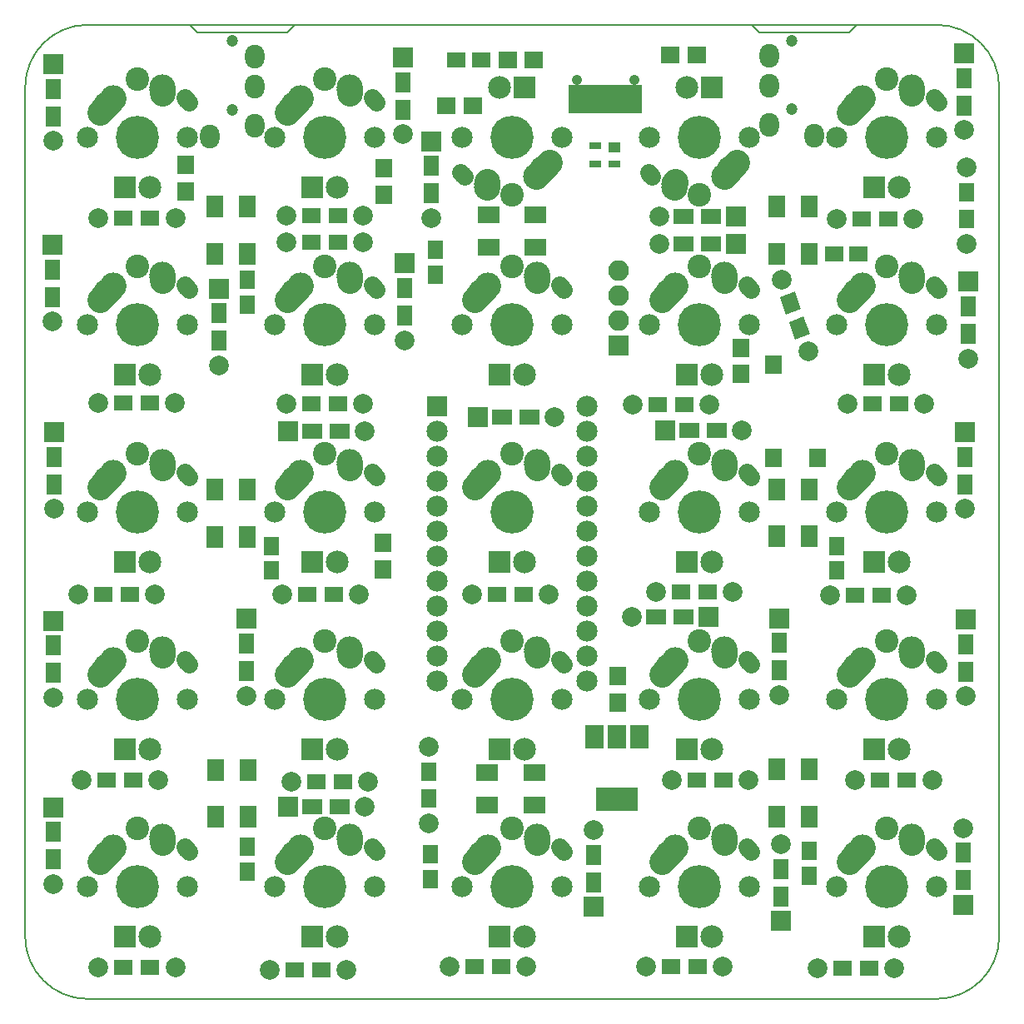
<source format=gbr>
%TF.GenerationSoftware,KiCad,Pcbnew,(5.0.0)*%
%TF.CreationDate,2018-08-30T21:25:35+03:00*%
%TF.ProjectId,Lysergic25,4C7973657267696332352E6B69636164,rev?*%
%TF.SameCoordinates,Original*%
%TF.FileFunction,Soldermask,Bot*%
%TF.FilePolarity,Negative*%
%FSLAX46Y46*%
G04 Gerber Fmt 4.6, Leading zero omitted, Abs format (unit mm)*
G04 Created by KiCad (PCBNEW (5.0.0)) date 08/30/18 21:25:35*
%MOMM*%
%LPD*%
G01*
G04 APERTURE LIST*
%ADD10C,0.150000*%
%ADD11O,2.000000X2.400000*%
%ADD12C,1.200000*%
%ADD13C,1.800000*%
%ADD14C,1.800000*%
%ADD15C,2.400000*%
%ADD16C,2.150000*%
%ADD17R,2.305000X2.305000*%
%ADD18C,2.305000*%
%ADD19C,2.650000*%
%ADD20C,4.387800*%
%ADD21C,2.650000*%
%ADD22R,1.700000X1.950000*%
%ADD23R,1.700000X1.940000*%
%ADD24R,1.650000X1.900000*%
%ADD25R,1.900000X1.650000*%
%ADD26R,2.000000X2.000000*%
%ADD27C,2.000000*%
%ADD28R,1.600000X2.000000*%
%ADD29R,2.000000X1.600000*%
%ADD30O,2.100000X2.100000*%
%ADD31R,2.100000X2.100000*%
%ADD32R,1.800000X2.200000*%
%ADD33R,2.200000X1.800000*%
%ADD34R,1.900000X2.400000*%
%ADD35R,4.200000X2.400000*%
%ADD36R,1.900000X1.600000*%
%ADD37R,1.600000X1.900000*%
%ADD38C,1.600000*%
%ADD39R,2.152600X2.152600*%
%ADD40C,2.152600*%
%ADD41R,1.300000X1.100000*%
%ADD42R,1.300000X0.700000*%
%ADD43R,1.900000X1.700000*%
%ADD44C,1.050000*%
%ADD45R,0.700000X2.850000*%
%ADD46R,1.000000X2.850000*%
%ADD47R,1.700000X1.900000*%
G04 APERTURE END LIST*
D10*
X73152000Y-83820000D02*
X62484000Y-83820000D01*
X16002000Y-83820000D02*
X5334000Y-83820000D01*
X73152000Y-83820000D02*
X81280000Y-83820000D01*
X16002000Y-83820000D02*
X62484000Y-83820000D01*
X5334000Y-83820000D02*
X-5080000Y-83820000D01*
X72390000Y-84582000D02*
X73152000Y-83820000D01*
X71882000Y-84582000D02*
X72390000Y-84582000D01*
X63246000Y-84582000D02*
X62484000Y-83820000D01*
X63754000Y-84582000D02*
X63246000Y-84582000D01*
X6096000Y-84582000D02*
X5334000Y-83820000D01*
X6604000Y-84582000D02*
X6096000Y-84582000D01*
X15240000Y-84582000D02*
X16002000Y-83820000D01*
X14732000Y-84582000D02*
X15240000Y-84582000D01*
X7112000Y-84582000D02*
X6604000Y-84582000D01*
X14224000Y-84582000D02*
X14732000Y-84582000D01*
X64262000Y-84582000D02*
X63754000Y-84582000D01*
X71374000Y-84582000D02*
X71882000Y-84582000D01*
X7366000Y-84582000D02*
X7112000Y-84582000D01*
X13970000Y-84582000D02*
X14224000Y-84582000D01*
X64516000Y-84582000D02*
X64262000Y-84582000D01*
X71120000Y-84582000D02*
X71374000Y-84582000D01*
X7366000Y-84582000D02*
X7874000Y-84582000D01*
X13970000Y-84582000D02*
X13462000Y-84582000D01*
X64516000Y-84582000D02*
X65024000Y-84582000D01*
X71120000Y-84582000D02*
X70612000Y-84582000D01*
X65024000Y-84582000D02*
X70612000Y-84582000D01*
X7874000Y-84582000D02*
X13462000Y-84582000D01*
X-11430000Y-90170000D02*
X-11430000Y-176530000D01*
X87630000Y-176530000D02*
X87630000Y-90170000D01*
X-5080000Y-182880000D02*
X81280000Y-182880000D01*
X-5080000Y-182880000D02*
G75*
G02X-11430000Y-176530000I0J6350000D01*
G01*
X-5080000Y-83820000D02*
G75*
G03X-11430000Y-90170000I0J-6350000D01*
G01*
X87630000Y-176530000D02*
G75*
G02X81280000Y-182880000I-6350000J0D01*
G01*
X81280000Y-83820000D02*
G75*
G02X87630000Y-90170000I0J-6350000D01*
G01*
D11*
%TO.C,Trrs2*%
X11926600Y-90070800D03*
D12*
X9626600Y-85470800D03*
X9626600Y-92470800D03*
D11*
X11926600Y-87070800D03*
X11926600Y-94070800D03*
X7326600Y-95170800D03*
%TD*%
D13*
%TO.C,MX4*%
X52150000Y-99050000D03*
D14*
X51949650Y-98826707D02*
X52350350Y-99273293D01*
D15*
X57150000Y-101150000D03*
D16*
X52070000Y-95250000D03*
X62230000Y-95250000D03*
D17*
X58420000Y-90170000D03*
D18*
X55880000Y-90170000D03*
D19*
X59650000Y-99250000D03*
D20*
X57150000Y-95250000D03*
D19*
X60304999Y-98520000D03*
D21*
X60960000Y-97790000D02*
X59649998Y-99250000D01*
D19*
X54610000Y-100330000D03*
X54630000Y-100040000D03*
D21*
X54650000Y-99750000D02*
X54610000Y-100330000D01*
%TD*%
D22*
%TO.C,SW1*%
X64679000Y-118376500D03*
X64679000Y-127876500D03*
D23*
X69179000Y-127876500D03*
%TD*%
D19*
%TO.C,MX13*%
X40620000Y-128560000D03*
D21*
X40600000Y-128850000D02*
X40640000Y-128270000D01*
D19*
X40640000Y-128270000D03*
X34945001Y-130080000D03*
D21*
X34290000Y-130810000D02*
X35600002Y-129350000D01*
D20*
X38100000Y-133350000D03*
D19*
X35600000Y-129350000D03*
D18*
X39370000Y-138430000D03*
D17*
X36830000Y-138430000D03*
D15*
X38100000Y-127450000D03*
D13*
X43100000Y-129550000D03*
D14*
X43300350Y-129773293D02*
X42899650Y-129326707D01*
%TD*%
D13*
%TO.C,MX21*%
X5000000Y-167650000D03*
D14*
X5200350Y-167873293D02*
X4799650Y-167426707D01*
D15*
X0Y-165550000D03*
D16*
X5080000Y-171450000D03*
X-5080000Y-171450000D03*
D17*
X-1270000Y-176530000D03*
D18*
X1270000Y-176530000D03*
D19*
X-2500000Y-167450000D03*
D20*
X0Y-171450000D03*
D19*
X-3154999Y-168180000D03*
D21*
X-3810000Y-168910000D02*
X-2499998Y-167450000D01*
D19*
X2540000Y-166370000D03*
X2520000Y-166660000D03*
D21*
X2500000Y-166950000D02*
X2540000Y-166370000D01*
%TD*%
D13*
%TO.C,MX22*%
X24050000Y-167650000D03*
D14*
X24250350Y-167873293D02*
X23849650Y-167426707D01*
D15*
X19050000Y-165550000D03*
D16*
X24130000Y-171450000D03*
X13970000Y-171450000D03*
D17*
X17780000Y-176530000D03*
D18*
X20320000Y-176530000D03*
D19*
X16550000Y-167450000D03*
D20*
X19050000Y-171450000D03*
D19*
X15895001Y-168180000D03*
D21*
X15240000Y-168910000D02*
X16550002Y-167450000D01*
D19*
X21590000Y-166370000D03*
X21570000Y-166660000D03*
D21*
X21550000Y-166950000D02*
X21590000Y-166370000D01*
%TD*%
D13*
%TO.C,MX23*%
X43100000Y-167650000D03*
D14*
X43300350Y-167873293D02*
X42899650Y-167426707D01*
D15*
X38100000Y-165550000D03*
D16*
X43180000Y-171450000D03*
X33020000Y-171450000D03*
D17*
X36830000Y-176530000D03*
D18*
X39370000Y-176530000D03*
D19*
X35600000Y-167450000D03*
D20*
X38100000Y-171450000D03*
D19*
X34945001Y-168180000D03*
D21*
X34290000Y-168910000D02*
X35600002Y-167450000D01*
D19*
X40640000Y-166370000D03*
X40620000Y-166660000D03*
D21*
X40600000Y-166950000D02*
X40640000Y-166370000D01*
%TD*%
D13*
%TO.C,MX24*%
X62150000Y-167650000D03*
D14*
X62350350Y-167873293D02*
X61949650Y-167426707D01*
D15*
X57150000Y-165550000D03*
D16*
X62230000Y-171450000D03*
X52070000Y-171450000D03*
D17*
X55880000Y-176530000D03*
D18*
X58420000Y-176530000D03*
D19*
X54650000Y-167450000D03*
D20*
X57150000Y-171450000D03*
D19*
X53995001Y-168180000D03*
D21*
X53340000Y-168910000D02*
X54650002Y-167450000D01*
D19*
X59690000Y-166370000D03*
X59670000Y-166660000D03*
D21*
X59650000Y-166950000D02*
X59690000Y-166370000D01*
%TD*%
D13*
%TO.C,MX25*%
X81200000Y-167650000D03*
D14*
X81400350Y-167873293D02*
X80999650Y-167426707D01*
D15*
X76200000Y-165550000D03*
D16*
X81280000Y-171450000D03*
X71120000Y-171450000D03*
D17*
X74930000Y-176530000D03*
D18*
X77470000Y-176530000D03*
D19*
X73700000Y-167450000D03*
D20*
X76200000Y-171450000D03*
D19*
X73045001Y-168180000D03*
D21*
X72390000Y-168910000D02*
X73700002Y-167450000D01*
D19*
X78740000Y-166370000D03*
X78720000Y-166660000D03*
D21*
X78700000Y-166950000D02*
X78740000Y-166370000D01*
%TD*%
D13*
%TO.C,MX16*%
X5000000Y-148600000D03*
D14*
X5200350Y-148823293D02*
X4799650Y-148376707D01*
D15*
X0Y-146500000D03*
D16*
X5080000Y-152400000D03*
X-5080000Y-152400000D03*
D17*
X-1270000Y-157480000D03*
D18*
X1270000Y-157480000D03*
D19*
X-2500000Y-148400000D03*
D20*
X0Y-152400000D03*
D19*
X-3154999Y-149130000D03*
D21*
X-3810000Y-149860000D02*
X-2499998Y-148400000D01*
D19*
X2540000Y-147320000D03*
X2520000Y-147610000D03*
D21*
X2500000Y-147900000D02*
X2540000Y-147320000D01*
%TD*%
D13*
%TO.C,MX17*%
X24050000Y-148600000D03*
D14*
X24250350Y-148823293D02*
X23849650Y-148376707D01*
D15*
X19050000Y-146500000D03*
D16*
X24130000Y-152400000D03*
X13970000Y-152400000D03*
D17*
X17780000Y-157480000D03*
D18*
X20320000Y-157480000D03*
D19*
X16550000Y-148400000D03*
D20*
X19050000Y-152400000D03*
D19*
X15895001Y-149130000D03*
D21*
X15240000Y-149860000D02*
X16550002Y-148400000D01*
D19*
X21590000Y-147320000D03*
X21570000Y-147610000D03*
D21*
X21550000Y-147900000D02*
X21590000Y-147320000D01*
%TD*%
D13*
%TO.C,MX18*%
X43100000Y-148600000D03*
D14*
X43300350Y-148823293D02*
X42899650Y-148376707D01*
D15*
X38100000Y-146500000D03*
D16*
X43180000Y-152400000D03*
X33020000Y-152400000D03*
D17*
X36830000Y-157480000D03*
D18*
X39370000Y-157480000D03*
D19*
X35600000Y-148400000D03*
D20*
X38100000Y-152400000D03*
D19*
X34945001Y-149130000D03*
D21*
X34290000Y-149860000D02*
X35600002Y-148400000D01*
D19*
X40640000Y-147320000D03*
X40620000Y-147610000D03*
D21*
X40600000Y-147900000D02*
X40640000Y-147320000D01*
%TD*%
D13*
%TO.C,MX19*%
X62150000Y-148600000D03*
D14*
X62350350Y-148823293D02*
X61949650Y-148376707D01*
D15*
X57150000Y-146500000D03*
D16*
X62230000Y-152400000D03*
X52070000Y-152400000D03*
D17*
X55880000Y-157480000D03*
D18*
X58420000Y-157480000D03*
D19*
X54650000Y-148400000D03*
D20*
X57150000Y-152400000D03*
D19*
X53995001Y-149130000D03*
D21*
X53340000Y-149860000D02*
X54650002Y-148400000D01*
D19*
X59690000Y-147320000D03*
X59670000Y-147610000D03*
D21*
X59650000Y-147900000D02*
X59690000Y-147320000D01*
%TD*%
D13*
%TO.C,MX20*%
X81200000Y-148600000D03*
D14*
X81400350Y-148823293D02*
X80999650Y-148376707D01*
D15*
X76200000Y-146500000D03*
D16*
X81280000Y-152400000D03*
X71120000Y-152400000D03*
D17*
X74930000Y-157480000D03*
D18*
X77470000Y-157480000D03*
D19*
X73700000Y-148400000D03*
D20*
X76200000Y-152400000D03*
D19*
X73045001Y-149130000D03*
D21*
X72390000Y-149860000D02*
X73700002Y-148400000D01*
D19*
X78740000Y-147320000D03*
X78720000Y-147610000D03*
D21*
X78700000Y-147900000D02*
X78740000Y-147320000D01*
%TD*%
D13*
%TO.C,MX15*%
X81200000Y-129550000D03*
D14*
X81400350Y-129773293D02*
X80999650Y-129326707D01*
D15*
X76200000Y-127450000D03*
D16*
X81280000Y-133350000D03*
X71120000Y-133350000D03*
D17*
X74930000Y-138430000D03*
D18*
X77470000Y-138430000D03*
D19*
X73700000Y-129350000D03*
D20*
X76200000Y-133350000D03*
D19*
X73045001Y-130080000D03*
D21*
X72390000Y-130810000D02*
X73700002Y-129350000D01*
D19*
X78740000Y-128270000D03*
X78720000Y-128560000D03*
D21*
X78700000Y-128850000D02*
X78740000Y-128270000D01*
%TD*%
D13*
%TO.C,MX14*%
X62150000Y-129550000D03*
D14*
X62350350Y-129773293D02*
X61949650Y-129326707D01*
D15*
X57150000Y-127450000D03*
D16*
X62230000Y-133350000D03*
X52070000Y-133350000D03*
D17*
X55880000Y-138430000D03*
D18*
X58420000Y-138430000D03*
D19*
X54650000Y-129350000D03*
D20*
X57150000Y-133350000D03*
D19*
X53995001Y-130080000D03*
D21*
X53340000Y-130810000D02*
X54650002Y-129350000D01*
D19*
X59690000Y-128270000D03*
X59670000Y-128560000D03*
D21*
X59650000Y-128850000D02*
X59690000Y-128270000D01*
%TD*%
D13*
%TO.C,MX12*%
X24050000Y-129550000D03*
D14*
X24250350Y-129773293D02*
X23849650Y-129326707D01*
D15*
X19050000Y-127450000D03*
D16*
X24130000Y-133350000D03*
X13970000Y-133350000D03*
D17*
X17780000Y-138430000D03*
D18*
X20320000Y-138430000D03*
D19*
X16550000Y-129350000D03*
D20*
X19050000Y-133350000D03*
D19*
X15895001Y-130080000D03*
D21*
X15240000Y-130810000D02*
X16550002Y-129350000D01*
D19*
X21590000Y-128270000D03*
X21570000Y-128560000D03*
D21*
X21550000Y-128850000D02*
X21590000Y-128270000D01*
%TD*%
D13*
%TO.C,MX11*%
X5000000Y-129550000D03*
D14*
X5200350Y-129773293D02*
X4799650Y-129326707D01*
D15*
X0Y-127450000D03*
D16*
X5080000Y-133350000D03*
X-5080000Y-133350000D03*
D17*
X-1270000Y-138430000D03*
D18*
X1270000Y-138430000D03*
D19*
X-2500000Y-129350000D03*
D20*
X0Y-133350000D03*
D19*
X-3154999Y-130080000D03*
D21*
X-3810000Y-130810000D02*
X-2499998Y-129350000D01*
D19*
X2540000Y-128270000D03*
X2520000Y-128560000D03*
D21*
X2500000Y-128850000D02*
X2540000Y-128270000D01*
%TD*%
D13*
%TO.C,MX10*%
X81200000Y-110500000D03*
D14*
X81400350Y-110723293D02*
X80999650Y-110276707D01*
D15*
X76200000Y-108400000D03*
D16*
X81280000Y-114300000D03*
X71120000Y-114300000D03*
D17*
X74930000Y-119380000D03*
D18*
X77470000Y-119380000D03*
D19*
X73700000Y-110300000D03*
D20*
X76200000Y-114300000D03*
D19*
X73045001Y-111030000D03*
D21*
X72390000Y-111760000D02*
X73700002Y-110300000D01*
D19*
X78740000Y-109220000D03*
X78720000Y-109510000D03*
D21*
X78700000Y-109800000D02*
X78740000Y-109220000D01*
%TD*%
D13*
%TO.C,MX9*%
X62150000Y-110500000D03*
D14*
X62350350Y-110723293D02*
X61949650Y-110276707D01*
D15*
X57150000Y-108400000D03*
D16*
X62230000Y-114300000D03*
X52070000Y-114300000D03*
D17*
X55880000Y-119380000D03*
D18*
X58420000Y-119380000D03*
D19*
X54650000Y-110300000D03*
D20*
X57150000Y-114300000D03*
D19*
X53995001Y-111030000D03*
D21*
X53340000Y-111760000D02*
X54650002Y-110300000D01*
D19*
X59690000Y-109220000D03*
X59670000Y-109510000D03*
D21*
X59650000Y-109800000D02*
X59690000Y-109220000D01*
%TD*%
D13*
%TO.C,MX8*%
X43100000Y-110500000D03*
D14*
X43300350Y-110723293D02*
X42899650Y-110276707D01*
D15*
X38100000Y-108400000D03*
D16*
X43180000Y-114300000D03*
X33020000Y-114300000D03*
D17*
X36830000Y-119380000D03*
D18*
X39370000Y-119380000D03*
D19*
X35600000Y-110300000D03*
D20*
X38100000Y-114300000D03*
D19*
X34945001Y-111030000D03*
D21*
X34290000Y-111760000D02*
X35600002Y-110300000D01*
D19*
X40640000Y-109220000D03*
X40620000Y-109510000D03*
D21*
X40600000Y-109800000D02*
X40640000Y-109220000D01*
%TD*%
D13*
%TO.C,MX7*%
X24050000Y-110500000D03*
D14*
X24250350Y-110723293D02*
X23849650Y-110276707D01*
D15*
X19050000Y-108400000D03*
D16*
X24130000Y-114300000D03*
X13970000Y-114300000D03*
D17*
X17780000Y-119380000D03*
D18*
X20320000Y-119380000D03*
D19*
X16550000Y-110300000D03*
D20*
X19050000Y-114300000D03*
D19*
X15895001Y-111030000D03*
D21*
X15240000Y-111760000D02*
X16550002Y-110300000D01*
D19*
X21590000Y-109220000D03*
X21570000Y-109510000D03*
D21*
X21550000Y-109800000D02*
X21590000Y-109220000D01*
%TD*%
D13*
%TO.C,MX6*%
X5000000Y-110500000D03*
D14*
X5200350Y-110723293D02*
X4799650Y-110276707D01*
D15*
X0Y-108400000D03*
D16*
X5080000Y-114300000D03*
X-5080000Y-114300000D03*
D17*
X-1270000Y-119380000D03*
D18*
X1270000Y-119380000D03*
D19*
X-2500000Y-110300000D03*
D20*
X0Y-114300000D03*
D19*
X-3154999Y-111030000D03*
D21*
X-3810000Y-111760000D02*
X-2499998Y-110300000D01*
D19*
X2540000Y-109220000D03*
X2520000Y-109510000D03*
D21*
X2500000Y-109800000D02*
X2540000Y-109220000D01*
%TD*%
D13*
%TO.C,MX5*%
X81200000Y-91450000D03*
D14*
X81400350Y-91673293D02*
X80999650Y-91226707D01*
D15*
X76200000Y-89350000D03*
D16*
X81280000Y-95250000D03*
X71120000Y-95250000D03*
D17*
X74930000Y-100330000D03*
D18*
X77470000Y-100330000D03*
D19*
X73700000Y-91250000D03*
D20*
X76200000Y-95250000D03*
D19*
X73045001Y-91980000D03*
D21*
X72390000Y-92710000D02*
X73700002Y-91250000D01*
D19*
X78740000Y-90170000D03*
X78720000Y-90460000D03*
D21*
X78700000Y-90750000D02*
X78740000Y-90170000D01*
%TD*%
D13*
%TO.C,MX1*%
X5000000Y-91450000D03*
D14*
X5200350Y-91673293D02*
X4799650Y-91226707D01*
D15*
X0Y-89350000D03*
D16*
X5080000Y-95250000D03*
X-5080000Y-95250000D03*
D17*
X-1270000Y-100330000D03*
D18*
X1270000Y-100330000D03*
D19*
X-2500000Y-91250000D03*
D20*
X0Y-95250000D03*
D19*
X-3154999Y-91980000D03*
D21*
X-3810000Y-92710000D02*
X-2499998Y-91250000D01*
D19*
X2540000Y-90170000D03*
X2520000Y-90460000D03*
D21*
X2500000Y-90750000D02*
X2540000Y-90170000D01*
%TD*%
D13*
%TO.C,MX2*%
X24050000Y-91450000D03*
D14*
X24250350Y-91673293D02*
X23849650Y-91226707D01*
D15*
X19050000Y-89350000D03*
D16*
X24130000Y-95250000D03*
X13970000Y-95250000D03*
D17*
X17780000Y-100330000D03*
D18*
X20320000Y-100330000D03*
D19*
X16550000Y-91250000D03*
D20*
X19050000Y-95250000D03*
D19*
X15895001Y-91980000D03*
D21*
X15240000Y-92710000D02*
X16550002Y-91250000D01*
D19*
X21590000Y-90170000D03*
X21570000Y-90460000D03*
D21*
X21550000Y-90750000D02*
X21590000Y-90170000D01*
%TD*%
D13*
%TO.C,MX3*%
X33074600Y-99050000D03*
D14*
X32874250Y-98826707D02*
X33274950Y-99273293D01*
D15*
X38074600Y-101150000D03*
D16*
X32994600Y-95250000D03*
X43154600Y-95250000D03*
D17*
X39344600Y-90170000D03*
D18*
X36804600Y-90170000D03*
D19*
X40574600Y-99250000D03*
D20*
X38074600Y-95250000D03*
D19*
X41229599Y-98520000D03*
D21*
X41884600Y-97790000D02*
X40574598Y-99250000D01*
D19*
X35534600Y-100330000D03*
X35554600Y-100040000D03*
D21*
X35574600Y-99750000D02*
X35534600Y-100330000D01*
%TD*%
D24*
%TO.C,C1*%
X13589000Y-136799000D03*
X13589000Y-139299000D03*
%TD*%
%TO.C,C2*%
X11176000Y-109768000D03*
X11176000Y-112268000D03*
%TD*%
%TO.C,C3*%
X30289500Y-106720000D03*
X30289500Y-109220000D03*
%TD*%
D25*
%TO.C,C4*%
X73322500Y-107124500D03*
X70822500Y-107124500D03*
%TD*%
D24*
%TO.C,C5*%
X71120000Y-136799000D03*
X71120000Y-139299000D03*
%TD*%
%TO.C,C6*%
X68326000Y-170350500D03*
X68326000Y-167850500D03*
%TD*%
%TO.C,C7*%
X11176000Y-169906000D03*
X11176000Y-167406000D03*
%TD*%
%TO.C,C8*%
X29768800Y-170668000D03*
X29768800Y-168168000D03*
%TD*%
D25*
%TO.C,C9*%
X32448500Y-87376000D03*
X34948500Y-87376000D03*
%TD*%
D26*
%TO.C,D1*%
X-8534400Y-87844800D03*
D27*
X-8534400Y-95644800D03*
D28*
X-8534400Y-90344800D03*
X-8534400Y-93144800D03*
%TD*%
%TO.C,D2*%
X26987500Y-92459000D03*
X26987500Y-89659000D03*
D27*
X26987500Y-94959000D03*
D26*
X26987500Y-87159000D03*
%TD*%
D28*
%TO.C,D3*%
X29845000Y-100968000D03*
X29845000Y-98168000D03*
D27*
X29845000Y-103468000D03*
D26*
X29845000Y-95668000D03*
%TD*%
D29*
%TO.C,D4*%
X55559500Y-103314500D03*
X58359500Y-103314500D03*
D27*
X53059500Y-103314500D03*
D26*
X60859500Y-103314500D03*
%TD*%
%TO.C,D5*%
X84018120Y-86739900D03*
D27*
X84018120Y-94539900D03*
D28*
X84018120Y-89239900D03*
X84018120Y-92039900D03*
%TD*%
%TO.C,D6*%
X-8636000Y-111509000D03*
X-8636000Y-108709000D03*
D27*
X-8636000Y-114009000D03*
D26*
X-8636000Y-106209000D03*
%TD*%
%TO.C,D7*%
X8255000Y-110654000D03*
D27*
X8255000Y-118454000D03*
D28*
X8255000Y-113154000D03*
X8255000Y-115954000D03*
%TD*%
D26*
%TO.C,D8*%
X27127200Y-108088600D03*
D27*
X27127200Y-115888600D03*
D28*
X27127200Y-110588600D03*
X27127200Y-113388600D03*
%TD*%
D29*
%TO.C,D9*%
X55559500Y-106108500D03*
X58359500Y-106108500D03*
D27*
X53059500Y-106108500D03*
D26*
X60859500Y-106108500D03*
%TD*%
D28*
%TO.C,D10*%
X84477860Y-115250420D03*
X84477860Y-112450420D03*
D27*
X84477860Y-117750420D03*
D26*
X84477860Y-109950420D03*
%TD*%
%TO.C,D11*%
X-8509000Y-125259000D03*
D27*
X-8509000Y-133059000D03*
D28*
X-8509000Y-127759000D03*
X-8509000Y-130559000D03*
%TD*%
D26*
%TO.C,D12*%
X15274000Y-125158500D03*
D27*
X23074000Y-125158500D03*
D29*
X17774000Y-125158500D03*
X20574000Y-125158500D03*
%TD*%
%TO.C,D13*%
X39881000Y-123698000D03*
X37081000Y-123698000D03*
D27*
X42381000Y-123698000D03*
D26*
X34581000Y-123698000D03*
%TD*%
D29*
%TO.C,D14*%
X58931000Y-125031500D03*
X56131000Y-125031500D03*
D27*
X61431000Y-125031500D03*
D26*
X53631000Y-125031500D03*
%TD*%
D28*
%TO.C,D15*%
X84137500Y-130559000D03*
X84137500Y-127759000D03*
D27*
X84137500Y-133059000D03*
D26*
X84137500Y-125259000D03*
%TD*%
%TO.C,D16*%
X-8534400Y-144423300D03*
D27*
X-8534400Y-152223300D03*
D28*
X-8534400Y-146923300D03*
X-8534400Y-149723300D03*
%TD*%
%TO.C,D17*%
X11112500Y-149545500D03*
X11112500Y-146745500D03*
D27*
X11112500Y-152045500D03*
D26*
X11112500Y-144245500D03*
%TD*%
%TO.C,D18*%
X58052800Y-144068800D03*
D27*
X50252800Y-144068800D03*
D29*
X55552800Y-144068800D03*
X52752800Y-144068800D03*
%TD*%
D28*
%TO.C,D19*%
X65278000Y-149482000D03*
X65278000Y-146682000D03*
D27*
X65278000Y-151982000D03*
D26*
X65278000Y-144182000D03*
%TD*%
D28*
%TO.C,D20*%
X84251800Y-149609000D03*
X84251800Y-146809000D03*
D27*
X84251800Y-152109000D03*
D26*
X84251800Y-144309000D03*
%TD*%
D28*
%TO.C,D21*%
X-8585200Y-168684400D03*
X-8585200Y-165884400D03*
D27*
X-8585200Y-171184400D03*
D26*
X-8585200Y-163384400D03*
%TD*%
%TO.C,D22*%
X15277000Y-163322000D03*
D27*
X23077000Y-163322000D03*
D29*
X17777000Y-163322000D03*
X20577000Y-163322000D03*
%TD*%
D26*
%TO.C,D23*%
X46355000Y-173521200D03*
D27*
X46355000Y-165721200D03*
D28*
X46355000Y-171021200D03*
X46355000Y-168221200D03*
%TD*%
D26*
%TO.C,D24*%
X65405000Y-174969000D03*
D27*
X65405000Y-167169000D03*
D28*
X65405000Y-172469000D03*
X65405000Y-169669000D03*
%TD*%
D26*
%TO.C,D25*%
X83947000Y-173330700D03*
D27*
X83947000Y-165530700D03*
D28*
X83947000Y-170830700D03*
X83947000Y-168030700D03*
%TD*%
D30*
%TO.C,J1*%
X48895000Y-108775500D03*
X48895000Y-111315500D03*
X48895000Y-113855500D03*
D31*
X48895000Y-116395500D03*
%TD*%
D32*
%TO.C,LED1*%
X11175000Y-131077000D03*
X7875000Y-131077000D03*
X7875000Y-135877000D03*
X11175000Y-135877000D03*
%TD*%
%TO.C,LED2*%
X11175000Y-107124200D03*
X7875000Y-107124200D03*
X7875000Y-102324200D03*
X11175000Y-102324200D03*
%TD*%
D33*
%TO.C,LED3*%
X40474600Y-106475800D03*
X40474600Y-103175800D03*
X35674600Y-103175800D03*
X35674600Y-106475800D03*
%TD*%
D32*
%TO.C,LED4*%
X68350400Y-107124200D03*
X65050400Y-107124200D03*
X65050400Y-102324200D03*
X68350400Y-102324200D03*
%TD*%
%TO.C,LED5*%
X68350400Y-131051600D03*
X65050400Y-131051600D03*
X65050400Y-135851600D03*
X68350400Y-135851600D03*
%TD*%
%TO.C,LED6*%
X68325000Y-164325000D03*
X65025000Y-164325000D03*
X65025000Y-159525000D03*
X68325000Y-159525000D03*
%TD*%
D33*
%TO.C,LED7*%
X40373000Y-163194000D03*
X40373000Y-159894000D03*
X35573000Y-159894000D03*
X35573000Y-163194000D03*
%TD*%
D32*
%TO.C,LED8*%
X11238500Y-164388500D03*
X7938500Y-164388500D03*
X7938500Y-159588500D03*
X11238500Y-159588500D03*
%TD*%
D34*
%TO.C,Q1*%
X46468000Y-156235000D03*
X51068000Y-156235000D03*
X48768000Y-156235000D03*
D35*
X48768000Y-162535000D03*
%TD*%
D36*
%TO.C,R6*%
X1286500Y-103441500D03*
X-1413500Y-103441500D03*
D27*
X3836500Y-103441500D03*
X-3963500Y-103441500D03*
%TD*%
D36*
%TO.C,R7*%
X20400000Y-105918000D03*
X17700000Y-105918000D03*
D27*
X22950000Y-105918000D03*
X15150000Y-105918000D03*
%TD*%
%TO.C,R8*%
X22950000Y-103251000D03*
X15150000Y-103251000D03*
D36*
X20400000Y-103251000D03*
X17700000Y-103251000D03*
%TD*%
%TO.C,R9*%
X76330800Y-103530400D03*
X73630800Y-103530400D03*
D27*
X78880800Y-103530400D03*
X71080800Y-103530400D03*
%TD*%
D37*
%TO.C,R10*%
X84330540Y-103524040D03*
X84330540Y-100824040D03*
D27*
X84330540Y-106074040D03*
X84330540Y-98274040D03*
%TD*%
D36*
%TO.C,R11*%
X1223000Y-122301000D03*
X-1477000Y-122301000D03*
D27*
X3773000Y-122301000D03*
X-4027000Y-122301000D03*
%TD*%
%TO.C,R12*%
X22950000Y-122364500D03*
X15150000Y-122364500D03*
D36*
X20400000Y-122364500D03*
X17700000Y-122364500D03*
%TD*%
%TO.C,R13*%
X52917100Y-122402600D03*
X55617100Y-122402600D03*
D27*
X50367100Y-122402600D03*
X58167100Y-122402600D03*
%TD*%
%TO.C,R14*%
X65531621Y-109708099D03*
X68199379Y-117037701D03*
D38*
X66403773Y-112104315D03*
D10*
G36*
X67480446Y-112723407D02*
X65976938Y-113270639D01*
X65327100Y-111485223D01*
X66830608Y-110937991D01*
X67480446Y-112723407D01*
X67480446Y-112723407D01*
G37*
D38*
X67327227Y-114641485D03*
D10*
G36*
X68403900Y-115260577D02*
X66900392Y-115807809D01*
X66250554Y-114022393D01*
X67754062Y-113475161D01*
X68403900Y-115260577D01*
X68403900Y-115260577D01*
G37*
%TD*%
D27*
%TO.C,R15*%
X79973000Y-122364500D03*
X72173000Y-122364500D03*
D36*
X77423000Y-122364500D03*
X74723000Y-122364500D03*
%TD*%
%TO.C,R16*%
X-778520Y-141739620D03*
X-3478520Y-141739620D03*
D27*
X1771480Y-141739620D03*
X-6028520Y-141739620D03*
%TD*%
%TO.C,R17*%
X22505500Y-141732000D03*
X14705500Y-141732000D03*
D36*
X19955500Y-141732000D03*
X17255500Y-141732000D03*
%TD*%
D27*
%TO.C,R18*%
X41819660Y-141706600D03*
X34019660Y-141706600D03*
D36*
X39269660Y-141706600D03*
X36569660Y-141706600D03*
%TD*%
D27*
%TO.C,R19*%
X52742000Y-141478000D03*
X60542000Y-141478000D03*
D36*
X55292000Y-141478000D03*
X57992000Y-141478000D03*
%TD*%
%TO.C,R20*%
X72945000Y-141859000D03*
X75645000Y-141859000D03*
D27*
X70395000Y-141859000D03*
X78195000Y-141859000D03*
%TD*%
%TO.C,R21*%
X-5678000Y-160655000D03*
X2122000Y-160655000D03*
D36*
X-3128000Y-160655000D03*
X-428000Y-160655000D03*
%TD*%
%TO.C,R22*%
X18208000Y-160782000D03*
X20908000Y-160782000D03*
D27*
X15658000Y-160782000D03*
X23458000Y-160782000D03*
%TD*%
D37*
%TO.C,R23*%
X29591000Y-162513000D03*
X29591000Y-159813000D03*
D27*
X29591000Y-165063000D03*
X29591000Y-157263000D03*
%TD*%
D36*
%TO.C,R24*%
X56879500Y-160655000D03*
X59579500Y-160655000D03*
D27*
X54329500Y-160655000D03*
X62129500Y-160655000D03*
%TD*%
%TO.C,R25*%
X80798500Y-160591500D03*
X72998500Y-160591500D03*
D36*
X78248500Y-160591500D03*
X75548500Y-160591500D03*
%TD*%
%TO.C,R26*%
X1286500Y-179705000D03*
X-1413500Y-179705000D03*
D27*
X3836500Y-179705000D03*
X-3963500Y-179705000D03*
%TD*%
%TO.C,R27*%
X21235500Y-179895500D03*
X13435500Y-179895500D03*
D36*
X18685500Y-179895500D03*
X15985500Y-179895500D03*
%TD*%
D27*
%TO.C,R28*%
X39523500Y-179578000D03*
X31723500Y-179578000D03*
D36*
X36973500Y-179578000D03*
X34273500Y-179578000D03*
%TD*%
D27*
%TO.C,R29*%
X59526000Y-179578000D03*
X51726000Y-179578000D03*
D36*
X56976000Y-179578000D03*
X54276000Y-179578000D03*
%TD*%
%TO.C,R30*%
X71700400Y-179730400D03*
X74400400Y-179730400D03*
D27*
X69150400Y-179730400D03*
X76950400Y-179730400D03*
%TD*%
D11*
%TO.C,Trrs1*%
X64222600Y-90007300D03*
D12*
X66522600Y-85407300D03*
X66522600Y-92407300D03*
D11*
X64222600Y-87007300D03*
X64222600Y-94007300D03*
X68822600Y-95107300D03*
%TD*%
D39*
%TO.C,U1*%
X30487620Y-122643900D03*
D40*
X30487620Y-125183900D03*
X30487620Y-127723900D03*
X30487620Y-130263900D03*
X30487620Y-132803900D03*
X30487620Y-135343900D03*
X30487620Y-137883900D03*
X30487620Y-140423900D03*
X30487620Y-142963900D03*
X30487620Y-145503900D03*
X30487620Y-148043900D03*
X45727620Y-150583900D03*
X45727620Y-148043900D03*
X45727620Y-145503900D03*
X45727620Y-142963900D03*
X45727620Y-140423900D03*
X45727620Y-137883900D03*
X45727620Y-135343900D03*
X45727620Y-132803900D03*
X45727620Y-130263900D03*
X45727620Y-127723900D03*
X45727620Y-125183900D03*
X30487620Y-150583900D03*
X45727620Y-122643900D03*
%TD*%
D41*
%TO.C,U2*%
X48523400Y-96278000D03*
D42*
X48523400Y-97978000D03*
X46523400Y-97978000D03*
X46523400Y-96078000D03*
%TD*%
D43*
%TO.C,UR4*%
X34116000Y-92011500D03*
X31416000Y-92011500D03*
%TD*%
%TO.C,UR5*%
X54149000Y-86918800D03*
X56849000Y-86918800D03*
%TD*%
%TO.C,UR6*%
X40322500Y-87376000D03*
X37622500Y-87376000D03*
%TD*%
D44*
%TO.C,USB1*%
X44709600Y-89460400D03*
X50489600Y-89460400D03*
D45*
X47349600Y-91405400D03*
X47849600Y-91405400D03*
X48349600Y-91405400D03*
X46849600Y-91405400D03*
X48849600Y-91405400D03*
X46349600Y-91405400D03*
X49349600Y-91405400D03*
X45849600Y-91405400D03*
D46*
X45149600Y-91405400D03*
X50049600Y-91405400D03*
X44374600Y-91405400D03*
X50824600Y-91405400D03*
%TD*%
D47*
%TO.C,R1*%
X24942800Y-139217400D03*
X24942800Y-136517400D03*
%TD*%
%TO.C,R2*%
X48844200Y-150030200D03*
X48844200Y-152730200D03*
%TD*%
%TO.C,R3*%
X4889500Y-100774500D03*
X4889500Y-98074500D03*
%TD*%
%TO.C,R4*%
X25019000Y-98399600D03*
X25019000Y-101099600D03*
%TD*%
%TO.C,R5*%
X61404500Y-116649500D03*
X61404500Y-119349500D03*
%TD*%
M02*

</source>
